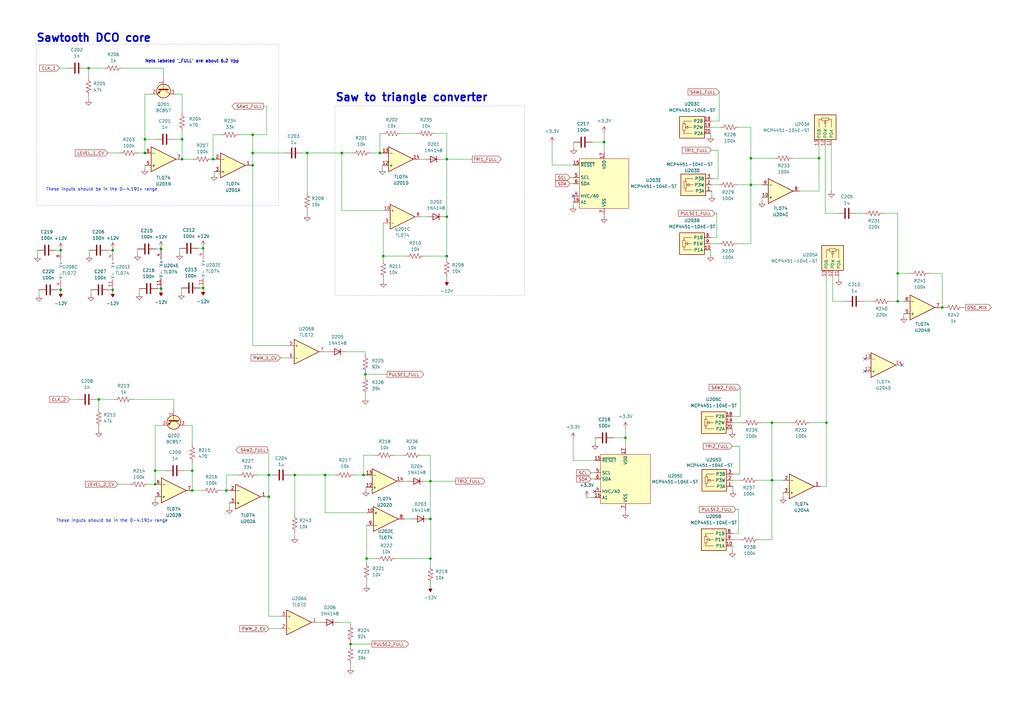
<source format=kicad_sch>
(kicad_sch (version 20230121) (generator eeschema)
  (paper "A3")
  (junction (at 125.984 62.738))
  (junction (at 92.837 201.168))
  (junction (at 103.632 55.245))
  (junction (at 40.513 163.83))
  (junction (at 386.461 126.111))
  (junction (at 176.53 212.852))
  (junction (at 78.867 201.168))
  (junction (at 59.436 62.738))
  (junction (at 143.764 264.16))
  (junction (at 74.676 65.278))
  (junction (at 78.867 193.04))
  (junction (at 256.54 179.578))
  (junction (at 83.312 118.11))
  (junction (at 103.632 67.818))
  (junction (at 155.829 62.738))
  (junction (at 66.04 118.364))
  (junction (at 87.376 65.278))
  (junction (at 46.228 102.616))
  (junction (at 63.627 193.04))
  (junction (at 36.322 27.94))
  (junction (at 183.261 65.278))
  (junction (at 183.261 88.9))
  (junction (at 140.208 62.738))
  (junction (at 83.312 101.854))
  (junction (at 176.53 229.108))
  (junction (at 316.611 173.355))
  (junction (at 24.892 102.616))
  (junction (at 63.627 198.628))
  (junction (at 247.777 58.293))
  (junction (at 46.228 118.872))
  (junction (at 176.53 197.358))
  (junction (at 149.098 194.818))
  (junction (at 103.632 62.738))
  (junction (at 133.35 194.818))
  (junction (at 335.915 64.897))
  (junction (at 157.226 105.029))
  (junction (at 368.173 123.571))
  (junction (at 307.975 64.897))
  (junction (at 59.436 57.15))
  (junction (at 307.975 75.819))
  (junction (at 368.173 112.141))
  (junction (at 24.892 118.872))
  (junction (at 74.676 57.15))
  (junction (at 66.04 102.108))
  (junction (at 110.236 194.818))
  (junction (at 149.86 153.543))
  (junction (at 110.236 203.708))
  (junction (at 338.963 173.355))
  (junction (at 120.904 194.818))
  (junction (at 183.261 105.029))
  (junction (at 316.611 196.977))
  (junction (at 150.368 229.108))
  (no_connect (at 354.711 147.193))
  (no_connect (at 243.84 201.549))
  (no_connect (at 369.951 149.733))
  (no_connect (at 354.711 152.273))
  (no_connect (at 235.077 80.391))
  (wire (pts (xy 109.347 43.561) (xy 109.347 55.245)))
  (wire (pts (xy 143.764 272.415) (xy 143.764 273.812)))
  (wire (pts (xy 176.53 197.358) (xy 186.944 197.358)))
  (wire (pts (xy 183.261 65.278) (xy 193.675 65.278)))
  (wire (pts (xy 338.455 87.503) (xy 338.455 59.817)))
  (wire (pts (xy 63.754 57.15) (xy 59.436 57.15)))
  (wire (pts (xy 291.465 102.489) (xy 291.465 104.521)))
  (wire (pts (xy 235.331 58.293) (xy 235.331 60.579)))
  (wire (pts (xy 149.098 194.818) (xy 150.114 194.818)))
  (wire (pts (xy 312.039 173.355) (xy 316.611 173.355)))
  (wire (pts (xy 394.843 126.111) (xy 396.113 126.111)))
  (wire (pts (xy 142.24 144.272) (xy 149.86 144.272)))
  (wire (pts (xy 44.196 62.738) (xy 49.022 62.738)))
  (wire (pts (xy 303.403 183.007) (xy 303.403 194.437)))
  (wire (pts (xy 247.777 88.011) (xy 247.777 88.773)))
  (wire (pts (xy 67.945 193.04) (xy 63.627 193.04)))
  (wire (pts (xy 37.338 118.872) (xy 37.338 120.904)))
  (wire (pts (xy 149.86 161.925) (xy 149.86 163.195)))
  (wire (pts (xy 124.206 62.738) (xy 125.984 62.738)))
  (wire (pts (xy 110.236 203.708) (xy 109.347 203.708)))
  (wire (pts (xy 176.53 229.108) (xy 176.657 229.108)))
  (wire (pts (xy 153.924 186.69) (xy 149.098 186.69)))
  (wire (pts (xy 155.829 62.738) (xy 156.845 62.738)))
  (wire (pts (xy 133.35 144.272) (xy 134.62 144.272)))
  (wire (pts (xy 71.247 163.83) (xy 71.247 166.878)))
  (wire (pts (xy 83.312 118.11) (xy 83.312 118.618)))
  (wire (pts (xy 82.042 118.11) (xy 83.312 118.11)))
  (wire (pts (xy 343.535 87.503) (xy 338.455 87.503)))
  (wire (pts (xy 311.277 221.361) (xy 316.611 221.361)))
  (wire (pts (xy 22.987 102.616) (xy 24.892 102.616)))
  (wire (pts (xy 133.35 194.818) (xy 137.668 194.818)))
  (wire (pts (xy 240.665 203.962) (xy 240.665 204.089)))
  (wire (pts (xy 381.127 112.141) (xy 386.461 112.141)))
  (wire (pts (xy 344.043 113.411) (xy 344.043 114.427)))
  (wire (pts (xy 157.226 105.029) (xy 157.226 106.68)))
  (wire (pts (xy 325.247 64.897) (xy 335.915 64.897)))
  (wire (pts (xy 178.562 54.737) (xy 183.261 54.737)))
  (wire (pts (xy 78.867 201.168) (xy 82.931 201.168)))
  (wire (pts (xy 74.676 57.15) (xy 74.676 65.278)))
  (wire (pts (xy 40.513 175.26) (xy 40.513 176.53)))
  (wire (pts (xy 140.208 62.738) (xy 140.208 86.36)))
  (wire (pts (xy 300.609 199.517) (xy 300.609 201.295)))
  (wire (pts (xy 87.376 55.245) (xy 87.376 65.278)))
  (wire (pts (xy 60.833 198.628) (xy 63.627 198.628)))
  (wire (pts (xy 302.387 99.949) (xy 307.975 99.949)))
  (wire (pts (xy 76.327 174.498) (xy 78.867 174.498)))
  (wire (pts (xy 81.28 101.854) (xy 83.312 101.854)))
  (wire (pts (xy 107.95 43.561) (xy 109.347 43.561)))
  (wire (pts (xy 15.367 102.616) (xy 15.367 104.775)))
  (wire (pts (xy 36.322 27.94) (xy 42.672 27.94)))
  (wire (pts (xy 183.261 113.792) (xy 183.261 114.554)))
  (wire (pts (xy 300.355 221.361) (xy 303.657 221.361)))
  (wire (pts (xy 300.355 175.895) (xy 300.355 176.911)))
  (wire (pts (xy 57.15 118.364) (xy 57.15 120.396)))
  (wire (pts (xy 301.879 208.915) (xy 302.895 208.915)))
  (wire (pts (xy 46.228 102.108) (xy 46.228 102.616)))
  (wire (pts (xy 110.236 194.818) (xy 111.506 194.818)))
  (wire (pts (xy 291.973 78.359) (xy 291.973 80.137)))
  (wire (pts (xy 94.107 206.248) (xy 94.107 208.153)))
  (wire (pts (xy 97.79 194.818) (xy 92.837 194.818)))
  (wire (pts (xy 354.203 123.571) (xy 357.759 123.571)))
  (wire (pts (xy 335.915 64.897) (xy 335.915 59.817)))
  (wire (pts (xy 172.085 65.278) (xy 173.99 65.278)))
  (wire (pts (xy 312.547 75.819) (xy 307.975 75.819)))
  (wire (pts (xy 172.72 88.9) (xy 175.006 88.9)))
  (wire (pts (xy 125.984 62.738) (xy 125.984 78.867)))
  (wire (pts (xy 59.436 67.818) (xy 59.436 69.088)))
  (wire (pts (xy 293.243 87.503) (xy 294.005 87.503)))
  (wire (pts (xy 242.951 58.293) (xy 247.777 58.293)))
  (wire (pts (xy 74.676 65.278) (xy 79.248 65.278)))
  (wire (pts (xy 233.807 75.311) (xy 235.077 75.311)))
  (wire (pts (xy 103.632 55.245) (xy 103.632 62.738)))
  (wire (pts (xy 59.436 38.608) (xy 59.436 57.15)))
  (wire (pts (xy 120.904 194.818) (xy 133.35 194.818)))
  (wire (pts (xy 66.04 102.108) (xy 66.04 102.616)))
  (wire (pts (xy 73.66 101.854) (xy 73.66 103.886)))
  (wire (pts (xy 157.226 105.029) (xy 157.226 91.44)))
  (wire (pts (xy 303.149 52.197) (xy 307.975 52.197)))
  (wire (pts (xy 386.461 112.141) (xy 386.461 126.111)))
  (wire (pts (xy 46.228 118.364) (xy 46.228 118.872)))
  (wire (pts (xy 67.056 27.94) (xy 67.056 30.988)))
  (wire (pts (xy 176.657 212.852) (xy 176.657 229.108)))
  (wire (pts (xy 176.657 212.852) (xy 176.53 212.852)))
  (wire (pts (xy 56.388 102.108) (xy 56.388 104.14)))
  (wire (pts (xy 125.984 86.487) (xy 125.984 88.011)))
  (wire (pts (xy 40.513 167.64) (xy 40.513 163.83)))
  (wire (pts (xy 307.975 64.897) (xy 307.975 75.819)))
  (wire (pts (xy 312.547 80.899) (xy 312.547 82.423)))
  (wire (pts (xy 98.171 55.245) (xy 103.632 55.245)))
  (wire (pts (xy 165.354 197.358) (xy 167.132 197.358)))
  (wire (pts (xy 291.465 99.949) (xy 294.767 99.949)))
  (wire (pts (xy 56.642 62.738) (xy 59.436 62.738)))
  (wire (pts (xy 109.601 184.531) (xy 110.236 184.531)))
  (wire (pts (xy 150.368 215.392) (xy 150.622 215.392)))
  (wire (pts (xy 291.465 52.197) (xy 295.529 52.197)))
  (wire (pts (xy 181.61 65.278) (xy 183.261 65.278)))
  (wire (pts (xy 90.551 201.168) (xy 92.837 201.168)))
  (wire (pts (xy 300.355 183.007) (xy 303.403 183.007)))
  (wire (pts (xy 294.513 73.279) (xy 291.973 73.279)))
  (wire (pts (xy 256.54 209.169) (xy 256.54 210.058)))
  (wire (pts (xy 291.465 49.657) (xy 295.021 49.657)))
  (wire (pts (xy 87.884 70.358) (xy 87.884 71.501)))
  (wire (pts (xy 157.226 105.029) (xy 166.497 105.029)))
  (wire (pts (xy 24.892 118.364) (xy 24.892 118.872)))
  (wire (pts (xy 103.632 67.818) (xy 103.124 67.818)))
  (wire (pts (xy 110.236 252.73) (xy 115.062 252.73)))
  (wire (pts (xy 156.845 67.818) (xy 156.845 69.088)))
  (wire (pts (xy 386.461 126.111) (xy 387.223 126.111)))
  (wire (pts (xy 368.173 87.503) (xy 368.173 112.141)))
  (wire (pts (xy 40.513 163.83) (xy 39.497 163.83)))
  (wire (pts (xy 368.173 123.571) (xy 370.713 123.571)))
  (wire (pts (xy 119.126 194.818) (xy 120.904 194.818)))
  (wire (pts (xy 145.288 194.818) (xy 149.098 194.818)))
  (wire (pts (xy 63.627 203.708) (xy 63.627 204.978)))
  (wire (pts (xy 156.845 54.737) (xy 155.829 54.737)))
  (wire (pts (xy 244.094 179.578) (xy 244.094 181.737)))
  (wire (pts (xy 92.837 194.818) (xy 92.837 201.168)))
  (wire (pts (xy 78.867 189.738) (xy 78.867 193.04)))
  (wire (pts (xy 155.829 54.737) (xy 155.829 62.738)))
  (wire (pts (xy 176.53 239.522) (xy 176.53 240.284)))
  (wire (pts (xy 321.183 196.977) (xy 316.611 196.977)))
  (wire (pts (xy 90.551 55.245) (xy 87.376 55.245)))
  (wire (pts (xy 291.465 54.737) (xy 291.465 55.753)))
  (wire (pts (xy 307.975 52.197) (xy 307.975 64.897)))
  (wire (pts (xy 294.005 87.503) (xy 294.005 97.409)))
  (wire (pts (xy 226.441 67.691) (xy 235.077 67.691)))
  (wire (pts (xy 143.764 264.16) (xy 152.527 264.16)))
  (wire (pts (xy 321.183 202.057) (xy 321.183 203.835)))
  (wire (pts (xy 316.611 196.977) (xy 311.023 196.977)))
  (wire (pts (xy 183.261 65.278) (xy 183.261 88.9)))
  (wire (pts (xy 72.136 38.608) (xy 74.676 38.608)))
  (wire (pts (xy 302.895 208.915) (xy 302.895 218.821)))
  (wire (pts (xy 110.236 194.818) (xy 110.236 203.708)))
  (wire (pts (xy 176.53 229.108) (xy 176.53 231.902)))
  (wire (pts (xy 64.77 118.364) (xy 66.04 118.364)))
  (wire (pts (xy 182.626 88.9) (xy 183.261 88.9)))
  (wire (pts (xy 130.302 255.27) (xy 131.445 255.27)))
  (wire (pts (xy 351.155 87.503) (xy 354.711 87.503)))
  (wire (pts (xy 83.312 101.346) (xy 83.312 101.854)))
  (wire (pts (xy 75.565 193.04) (xy 78.867 193.04)))
  (wire (pts (xy 247.777 54.483) (xy 247.777 58.293)))
  (wire (pts (xy 307.975 99.949) (xy 307.975 75.819)))
  (wire (pts (xy 140.208 86.36) (xy 157.48 86.36)))
  (wire (pts (xy 87.376 65.278) (xy 87.884 65.278)))
  (wire (pts (xy 300.355 223.901) (xy 300.355 225.933)))
  (wire (pts (xy 327.787 78.359) (xy 335.915 78.359)))
  (wire (pts (xy 78.867 193.04) (xy 78.867 201.168)))
  (wire (pts (xy 115.062 146.812) (xy 118.11 146.812)))
  (wire (pts (xy 143.764 263.652) (xy 143.764 264.16)))
  (wire (pts (xy 242.443 196.469) (xy 243.84 196.469)))
  (wire (pts (xy 303.403 194.437) (xy 300.609 194.437)))
  (wire (pts (xy 307.975 64.897) (xy 317.627 64.897)))
  (wire (pts (xy 48.387 198.628) (xy 53.213 198.628)))
  (wire (pts (xy 370.713 128.651) (xy 370.713 129.667)))
  (wire (pts (xy 46.228 102.616) (xy 46.228 103.124)))
  (wire (pts (xy 303.657 158.877) (xy 303.657 170.815)))
  (wire (pts (xy 83.312 101.854) (xy 83.312 102.362)))
  (wire (pts (xy 36.322 31.75) (xy 36.322 27.94)))
  (wire (pts (xy 64.008 102.108) (xy 66.04 102.108)))
  (wire (pts (xy 23.622 118.872) (xy 24.892 118.872)))
  (wire (pts (xy 300.609 196.977) (xy 303.403 196.977)))
  (wire (pts (xy 183.261 54.737) (xy 183.261 65.278)))
  (wire (pts (xy 44.196 102.616) (xy 46.228 102.616)))
  (wire (pts (xy 365.379 123.571) (xy 368.173 123.571)))
  (wire (pts (xy 103.632 62.738) (xy 116.586 62.738)))
  (wire (pts (xy 332.359 173.355) (xy 338.963 173.355)))
  (wire (pts (xy 110.236 184.531) (xy 110.236 194.818)))
  (wire (pts (xy 294.005 97.409) (xy 291.465 97.409)))
  (wire (pts (xy 338.963 113.411) (xy 338.963 173.355)))
  (wire (pts (xy 233.807 72.771) (xy 235.077 72.771)))
  (wire (pts (xy 149.098 186.69) (xy 149.098 194.818)))
  (wire (pts (xy 109.347 55.245) (xy 103.632 55.245)))
  (wire (pts (xy 336.423 199.517) (xy 338.963 199.517)))
  (wire (pts (xy 40.513 163.83) (xy 46.863 163.83)))
  (wire (pts (xy 346.583 123.571) (xy 341.503 123.571)))
  (wire (pts (xy 235.077 180.086) (xy 235.077 188.849)))
  (wire (pts (xy 24.384 27.94) (xy 27.686 27.94)))
  (wire (pts (xy 368.173 112.141) (xy 368.173 123.571)))
  (wire (pts (xy 139.065 255.27) (xy 143.764 255.27)))
  (wire (pts (xy 157.226 91.44) (xy 157.48 91.44)))
  (wire (pts (xy 110.236 252.73) (xy 110.236 203.708)))
  (wire (pts (xy 256.54 179.578) (xy 256.54 183.769)))
  (wire (pts (xy 74.422 118.11) (xy 74.422 120.142)))
  (wire (pts (xy 83.312 117.602) (xy 83.312 118.11)))
  (wire (pts (xy 133.35 210.312) (xy 150.622 210.312)))
  (wire (pts (xy 164.465 54.737) (xy 170.942 54.737)))
  (wire (pts (xy 86.868 65.278) (xy 87.376 65.278)))
  (wire (pts (xy 162.306 229.108) (xy 176.53 229.108)))
  (wire (pts (xy 120.904 194.818) (xy 120.904 210.947)))
  (wire (pts (xy 143.764 255.27) (xy 143.764 256.032)))
  (wire (pts (xy 24.892 118.872) (xy 24.892 119.38)))
  (wire (pts (xy 28.575 163.83) (xy 31.877 163.83)))
  (wire (pts (xy 149.86 153.035) (xy 149.86 153.543)))
  (wire (pts (xy 256.54 175.768) (xy 256.54 179.578)))
  (wire (pts (xy 140.208 62.738) (xy 144.399 62.738)))
  (wire (pts (xy 61.976 38.608) (xy 59.436 38.608)))
  (wire (pts (xy 291.719 61.595) (xy 294.513 61.595)))
  (wire (pts (xy 316.611 221.361) (xy 316.611 196.977)))
  (wire (pts (xy 300.355 173.355) (xy 304.419 173.355)))
  (wire (pts (xy 149.86 153.543) (xy 158.75 153.543)))
  (wire (pts (xy 74.676 38.608) (xy 74.676 46.228)))
  (wire (pts (xy 66.04 101.6) (xy 66.04 102.108)))
  (wire (pts (xy 120.904 218.567) (xy 120.904 220.091)))
  (wire (pts (xy 174.752 197.358) (xy 176.53 197.358)))
  (wire (pts (xy 307.975 75.819) (xy 302.387 75.819)))
  (wire (pts (xy 235.077 188.849) (xy 243.84 188.849)))
  (wire (pts (xy 50.292 27.94) (xy 67.056 27.94)))
  (wire (pts (xy 24.892 102.235) (xy 24.892 102.616)))
  (wire (pts (xy 324.739 173.355) (xy 316.611 173.355)))
  (wire (pts (xy 103.632 141.732) (xy 103.632 67.818)))
  (wire (pts (xy 149.86 144.272) (xy 149.86 145.415)))
  (wire (pts (xy 125.984 62.738) (xy 140.208 62.738)))
  (wire (pts (xy 183.261 88.9) (xy 183.261 105.029)))
  (wire (pts (xy 63.627 174.498) (xy 63.627 193.04)))
  (wire (pts (xy 36.576 102.616) (xy 36.576 104.648)))
  (wire (pts (xy 176.53 186.69) (xy 176.53 197.358)))
  (wire (pts (xy 300.355 170.815) (xy 303.657 170.815)))
  (wire (pts (xy 105.41 194.818) (xy 110.236 194.818)))
  (wire (pts (xy 78.867 174.498) (xy 78.867 182.118)))
  (wire (pts (xy 46.228 118.872) (xy 46.228 119.38)))
  (wire (pts (xy 66.04 117.856) (xy 66.04 118.364)))
  (wire (pts (xy 54.483 163.83) (xy 71.247 163.83)))
  (wire (pts (xy 291.973 75.819) (xy 294.767 75.819)))
  (wire (pts (xy 143.764 264.16) (xy 143.764 264.795)))
  (wire (pts (xy 226.441 58.801) (xy 226.441 67.691)))
  (wire (pts (xy 341.503 123.571) (xy 341.503 113.411)))
  (wire (pts (xy 59.436 57.15) (xy 59.436 62.738)))
  (wire (pts (xy 133.35 194.818) (xy 133.35 210.312)))
  (wire (pts (xy 247.777 58.293) (xy 247.777 62.611)))
  (wire (pts (xy 92.837 201.168) (xy 94.107 201.168)))
  (wire (pts (xy 242.443 193.929) (xy 243.84 193.929)))
  (wire (pts (xy 36.322 27.94) (xy 35.306 27.94)))
  (wire (pts (xy 66.167 174.498) (xy 63.627 174.498)))
  (wire (pts (xy 340.995 59.817) (xy 340.995 78.359)))
  (wire (pts (xy 150.368 229.108) (xy 154.686 229.108)))
  (wire (pts (xy 74.676 53.848) (xy 74.676 57.15)))
  (wire (pts (xy 316.611 173.355) (xy 316.611 196.977)))
  (wire (pts (xy 386.461 126.111) (xy 385.953 126.111)))
  (wire (pts (xy 176.53 212.852) (xy 176.276 212.852)))
  (wire (pts (xy 152.019 62.738) (xy 155.829 62.738)))
  (wire (pts (xy 110.363 257.81) (xy 115.062 257.81)))
  (wire (pts (xy 16.002 118.872) (xy 16.002 121.031)))
  (wire (pts (xy 174.117 105.029) (xy 183.261 105.029)))
  (wire (pts (xy 24.892 102.616) (xy 24.892 103.124)))
  (wire (pts (xy 338.963 173.355) (xy 338.963 199.517)))
  (wire (pts (xy 150.114 199.898) (xy 150.114 200.914)))
  (wire (pts (xy 251.714 179.578) (xy 256.54 179.578)))
  (wire (pts (xy 172.847 186.69) (xy 176.53 186.69)))
  (wire (pts (xy 373.507 112.141) (xy 368.173 112.141)))
  (wire (pts (xy 71.374 57.15) (xy 74.676 57.15)))
  (wire (pts (xy 165.862 212.852) (xy 168.656 212.852)))
  (wire (pts (xy 149.86 153.543) (xy 149.86 154.305)))
  (wire (pts (xy 150.368 238.252) (xy 150.368 240.03)))
  (wire (pts (xy 63.627 193.04) (xy 63.627 198.628)))
  (wire (pts (xy 36.322 39.37) (xy 36.322 40.64)))
  (wire (pts (xy 150.368 229.108) (xy 150.368 215.392)))
  (wire (pts (xy 362.331 87.503) (xy 368.173 87.503)))
  (wire (pts (xy 235.077 82.931) (xy 235.077 84.455)))
  (wire (pts (xy 157.226 114.3) (xy 157.226 115.316)))
  (wire (pts (xy 66.04 118.364) (xy 66.04 118.872)))
  (wire (pts (xy 103.632 141.732) (xy 118.11 141.732)))
  (wire (pts (xy 183.261 105.029) (xy 183.261 106.172)))
  (wire (pts (xy 302.895 218.821) (xy 300.355 218.821)))
  (wire (pts (xy 150.368 230.632) (xy 150.368 229.108)))
  (wire (pts (xy 335.915 78.359) (xy 335.915 64.897)))
  (wire (pts (xy 103.632 62.738) (xy 103.632 67.818)))
  (wire (pts (xy 44.958 118.872) (xy 46.228 118.872)))
  (wire (pts (xy 176.53 197.358) (xy 176.53 212.852)))
  (wire (pts (xy 240.665 204.089) (xy 243.84 204.089)))
  (wire (pts (xy 295.021 37.719) (xy 295.021 49.657)))
  (wire (pts (xy 294.513 61.595) (xy 294.513 73.279)))
  (wire (pts (xy 161.544 186.69) (xy 165.227 186.69)))
  (rectangle (start 137.414 43.434) (end 215.138 121.158) (stroke (width 0) (type dot)))
  (rectangle (start 14.859 18.161) (end 114.3 84.328) (stroke (width 0) (type dot)))
  (text "These inputs should be in the 0-4.191v range" (at 22.987 214.376 0) (effects (font (size 1.27 1.27)) (justify left bottom)))
  (text "Nets labeled '_FULL' are about 6.2 Vpp" (at 59.436 25.908 0) (effects (font (size 1.27 1.27) (thickness 0.254) bold) (justify left bottom)))
  (text "Sawtooth DCO core" (at 14.732 17.526 0) (effects (font (size 3.2 3.2) (thickness 0.64) bold) (justify left bottom)))
  (text "These inputs should be in the 0-4.191v range" (at 18.796 78.486 0) (effects (font (size 1.27 1.27)) (justify left bottom)))
  (text "Saw to triangle converter" (at 137.414 41.91 0) (effects (font (size 3.2 3.2) (thickness 0.64) bold) (justify left bottom)))
  (global_label "TRI2_FULL" (shape input) (at 300.355 183.007 180) (property "Intersheetrefs" "${INTERSHEET_REFS}" (effects hide)))
  (global_label "LEVEL_2_CV" (shape input) (at 48.387 198.628 180) (property "Intersheetrefs" "${INTERSHEET_REFS}" (effects hide)))
  (global_label "SAW2_FULL" (shape input) (at 303.657 158.877 180) (property "Intersheetrefs" "${INTERSHEET_REFS}" (effects hide)))
  (global_label "SAW1_FULL" (shape input) (at 295.021 37.719 180) (property "Intersheetrefs" "${INTERSHEET_REFS}" (effects hide)))
  (global_label "LEVEL_1_CV" (shape input) (at 44.196 62.738 180) (property "Intersheetrefs" "${INTERSHEET_REFS}" (effects hide)))
  (global_label "SDA" (shape input) (at 233.807 75.311 180) (property "Intersheetrefs" "${INTERSHEET_REFS}" (effects hide)))
  (global_label "TRI1_FULL" (shape input) (at 291.719 61.595 180) (property "Intersheetrefs" "${INTERSHEET_REFS}" (effects hide)))
  (global_label "SCL" (shape input) (at 233.807 72.771 180) (property "Intersheetrefs" "${INTERSHEET_REFS}" (effects hide)))
  (global_label "TRI2_FULL" (shape output) (at 186.944 197.358 0) (property "Intersheetrefs" "${INTERSHEET_REFS}" (effects hide)))
  (global_label "CLK_1" (shape input) (at 24.384 27.94 180) (property "Intersheetrefs" "${INTERSHEET_REFS}" (effects hide)))
  (global_label "PULSE1_FULL" (shape input) (at 293.243 87.503 180) (property "Intersheetrefs" "${INTERSHEET_REFS}" (effects hide)))
  (global_label "SDA" (shape input) (at 242.443 196.469 180) (property "Intersheetrefs" "${INTERSHEET_REFS}" (effects hide)))
  (global_label "PWM_1_CV" (shape input) (at 115.062 146.812 180) (property "Intersheetrefs" "${INTERSHEET_REFS}" (effects hide)))
  (global_label "TRI1_FULL" (shape output) (at 193.675 65.278 0) (property "Intersheetrefs" "${INTERSHEET_REFS}" (effects hide)))
  (global_label "PULSE2_FULL" (shape input) (at 301.879 208.915 180) (property "Intersheetrefs" "${INTERSHEET_REFS}" (effects hide)))
  (global_label "PULSE2_FULL" (shape output) (at 152.527 264.16 0) (property "Intersheetrefs" "${INTERSHEET_REFS}" (effects hide)))
  (global_label "OSC_MIX" (shape output) (at 396.113 126.111 0) (property "Intersheetrefs" "${INTERSHEET_REFS}" (effects hide)))
  (global_label "SCL" (shape input) (at 242.443 193.929 180) (property "Intersheetrefs" "${INTERSHEET_REFS}" (effects hide)))
  (global_label "PWM_2_CV" (shape input) (at 110.363 257.81 180) (property "Intersheetrefs" "${INTERSHEET_REFS}" (effects hide)))
  (global_label "PULSE1_FULL" (shape output) (at 158.75 153.543 0) (property "Intersheetrefs" "${INTERSHEET_REFS}" (effects hide)))
  (global_label "SAW1_FULL" (shape output) (at 107.95 43.561 180) (property "Intersheetrefs" "${INTERSHEET_REFS}" (effects hide)))
  (global_label "SAW2_FULL" (shape output) (at 109.601 184.531 180) (property "Intersheetrefs" "${INTERSHEET_REFS}" (effects hide)))
  (global_label "CLK_2" (shape input) (at 28.575 163.83 180) (property "Intersheetrefs" "${INTERSHEET_REFS}" (effects hide)))
  (symbol (lib_id "Device:R_US") (at 391.033 126.111 90) (unit 1)
    (property "Reference" "R242" (at 391.033 129.159 90))
    (property "Value" "1k" (at 391.033 131.699 90))
    (property "Footprint" "PCM_Resistor_SMD_AKL:R_0805_2012Metric" (effects hide))
  )
  (symbol (lib_name "MCP4451-xxxx-ST_2") (lib_id "Potentiometer_Digital:MCP4451-xxxx-ST") (at 247.777 75.311 0) (unit 5)
    (property "Reference" "U203" (at 268.097 73.914 0))
    (property "Value" "MCP4451-104E-ST" (at 268.097 76.454 0))
    (property "Footprint" "Package_SO:TSSOP-20_4.4x6.5mm_P0.65mm" (effects hide))
    (property "Datasheet" "https://ww1.microchip.com/downloads/en/DeviceDoc/22267A_MCP4431.pdf" (effects hide))
  )
  (symbol (lib_id "Amplifier_Operational:TL074") (at 95.504 67.818 0) (mirror x) (unit 1)
    (property "Reference" "U201" (at 95.504 77.978 0))
    (property "Value" "TL074" (at 95.504 75.438 0))
    (property "Footprint" "Package_SO:SOIC-14_3.9x8.7mm_P1.27mm" (effects hide))
    (property "Datasheet" "http://www.ti.com/lit/ds/symlink/tl071.pdf" (effects hide))
  )
  (symbol (lib_id "PCM_4ms_Power-symbol:+12V") (at 83.312 101.346 0) (unit 1)
    (property "Reference" "#PWR0220" (effects hide))
    (property "Value" "+12V" (at 83.312 96.901 0))
  )
  (symbol (lib_id "Device:C") (at 19.812 118.872 90) (unit 1)
    (property "Reference" "C220" (at 19.812 111.379 90))
    (property "Value" "100n" (at 19.812 113.919 90))
    (property "Footprint" "Capacitor_SMD:C_0805_2012Metric" (effects hide))
  )
  (symbol (lib_id "Diode:1N4148") (at 178.816 88.9 180) (unit 1)
    (property "Reference" "D202" (at 178.816 82.804 0))
    (property "Value" "1N4148" (at 178.816 85.344 0))
    (property "Footprint" "Diode_SMD:D_SOD-123" (effects hide))
    (property "Datasheet" "https://assets.nexperia.com/documents/data-sheet/1N4148_1N4448.pdf" (effects hide))
    (property "Sim.Device" "D" (effects hide))
    (property "Sim.Pins" "1=K 2=A" (effects hide))
  )
  (symbol (lib_id "power:GND") (at 247.777 88.773 0) (unit 1)
    (property "Reference" "#PWR0235" (effects hide))
    (property "Value" "GND" (effects hide))
  )
  (symbol (lib_id "power:GND") (at 321.183 203.835 0) (unit 1)
    (property "Reference" "#PWR0246" (effects hide))
    (property "Value" "GND" (effects hide))
  )
  (symbol (lib_id "Device:R_US") (at 157.734 186.69 90) (unit 1)
    (property "Reference" "R218" (at 157.734 181.102 90))
    (property "Value" "10k" (at 157.734 183.642 90))
    (property "Footprint" "PCM_Resistor_SMD_AKL:R_0805_2012Metric" (effects hide))
  )
  (symbol (lib_id "Device:R_US") (at 158.496 229.108 90) (unit 1)
    (property "Reference" "R222" (at 158.496 223.774 90))
    (property "Value" "10k" (at 158.496 226.314 90))
    (property "Footprint" "PCM_Resistor_SMD_AKL:R_0805_2012Metric" (effects hide))
  )
  (symbol (lib_id "power:GND") (at 63.627 204.978 0) (unit 1)
    (property "Reference" "#PWR0212" (effects hide))
    (property "Value" "GND" (effects hide))
  )
  (symbol (lib_id "PCM_4ms_Power-symbol:+12V") (at 66.04 101.6 0) (unit 1)
    (property "Reference" "#PWR0225" (effects hide))
    (property "Value" "+12V" (at 66.04 97.155 0))
  )
  (symbol (lib_id "Device:R_US") (at 298.577 99.949 90) (unit 1)
    (property "Reference" "R230" (at 298.577 102.997 90))
    (property "Value" "100k" (at 298.577 105.537 90))
    (property "Footprint" "PCM_Resistor_SMD_AKL:R_0805_2012Metric" (effects hide))
  )
  (symbol (lib_id "Device:R_US") (at 157.226 110.49 180) (unit 1)
    (property "Reference" "R211" (at 159.512 109.22 0) (effects (justify right)))
    (property "Value" "10k" (at 159.512 111.76 0) (effects (justify right)))
    (property "Footprint" "PCM_Resistor_SMD_AKL:R_0805_2012Metric" (effects hide))
  )
  (symbol (lib_id "Potentiometer_Digital:MCP4451-xxxx-ST") (at 292.735 173.355 0) (mirror y) (unit 3)
    (property "Reference" "U205" (at 292.735 163.83 0))
    (property "Value" "MCP4451-104E-ST" (at 292.735 166.37 0))
    (property "Footprint" "Package_SO:TSSOP-20_4.4x6.5mm_P0.65mm" (effects hide))
    (property "Datasheet" "https://ww1.microchip.com/downloads/en/DeviceDoc/22267A_MCP4431.pdf" (effects hide))
  )
  (symbol (lib_id "power:GND") (at 73.66 103.886 0) (unit 1)
    (property "Reference" "#PWR0218" (effects hide))
    (property "Value" "GND" (effects hide))
  )
  (symbol (lib_id "Device:R_US") (at 377.317 112.141 90) (unit 1)
    (property "Reference" "R241" (at 377.317 115.189 90))
    (property "Value" "100k" (at 377.317 117.729 90))
    (property "Footprint" "PCM_Resistor_SMD_AKL:R_0805_2012Metric" (effects hide))
  )
  (symbol (lib_id "power:GND") (at 150.114 200.914 0) (unit 1)
    (property "Reference" "#PWR0214" (effects hide))
    (property "Value" "GND" (effects hide))
  )
  (symbol (lib_id "power:GND") (at 74.422 120.142 0) (unit 1)
    (property "Reference" "#PWR0219" (effects hide))
    (property "Value" "GND" (effects hide))
  )
  (symbol (lib_id "Device:R_US") (at 94.361 55.245 270) (unit 1)
    (property "Reference" "R234" (at 94.361 49.53 90))
    (property "Value" "33k" (at 94.361 52.07 90))
    (property "Footprint" "PCM_Resistor_SMD_AKL:R_0805_2012Metric" (effects hide))
  )
  (symbol (lib_id "power:GND") (at 143.764 273.812 0) (unit 1)
    (property "Reference" "#PWR0227" (effects hide))
    (property "Value" "GND" (effects hide))
  )
  (symbol (lib_id "Device:C") (at 77.47 101.854 90) (unit 1)
    (property "Reference" "C212" (at 77.47 94.361 90))
    (property "Value" "100n" (at 77.47 96.901 90))
    (property "Footprint" "Capacitor_SMD:C_0805_2012Metric" (effects hide))
  )
  (symbol (lib_id "power:+3.3V") (at 235.077 180.086 0) (unit 1)
    (property "Reference" "#PWR0238" (effects hide))
    (property "Value" "+3.3V" (at 235.077 175.133 0))
  )
  (symbol (lib_id "power:-12V") (at 83.312 118.618 180) (unit 1)
    (property "Reference" "#PWR0253" (effects hide))
    (property "Value" "-12V" (at 83.312 123.698 0))
  )
  (symbol (lib_id "power:GND") (at 291.465 55.753 0) (unit 1)
    (property "Reference" "#PWR0221" (effects hide))
    (property "Value" "GND" (effects hide))
  )
  (symbol (lib_id "power:GND") (at 300.355 176.911 0) (unit 1)
    (property "Reference" "#PWR0243" (effects hide))
    (property "Value" "GND" (effects hide))
  )
  (symbol (lib_name "MCP4451-xxxx-ST_3") (lib_id "Potentiometer_Digital:MCP4451-xxxx-ST") (at 283.845 99.949 0) (mirror y) (unit 2)
    (property "Reference" "U203" (at 283.845 90.424 0))
    (property "Value" "MCP4451-104E-ST" (at 283.845 92.964 0))
    (property "Footprint" "Package_SO:TSSOP-20_4.4x6.5mm_P0.65mm" (effects hide))
    (property "Datasheet" "https://ww1.microchip.com/downloads/en/DeviceDoc/22267A_MCP4431.pdf" (effects hide))
  )
  (symbol (lib_id "power:GND") (at 125.984 88.011 0) (unit 1)
    (property "Reference" "#PWR0208" (effects hide))
    (property "Value" "GND" (effects hide))
  )
  (symbol (lib_id "power:GND") (at 291.465 104.521 0) (unit 1)
    (property "Reference" "#PWR0229" (effects hide))
    (property "Value" "GND" (effects hide))
  )
  (symbol (lib_id "power:-12V") (at 176.53 240.284 180) (unit 1)
    (property "Reference" "#PWR0215" (effects hide))
    (property "Value" "-12V" (at 176.53 245.11 0))
  )
  (symbol (lib_id "Device:R_US") (at 176.53 235.712 180) (unit 1)
    (property "Reference" "R219" (at 178.562 234.442 0) (effects (justify right)))
    (property "Value" "10k" (at 178.562 236.982 0) (effects (justify right)))
    (property "Footprint" "PCM_Resistor_SMD_AKL:R_0805_2012Metric" (effects hide))
  )
  (symbol (lib_id "Device:C") (at 40.386 102.616 90) (unit 1)
    (property "Reference" "C206" (at 40.386 95.123 90))
    (property "Value" "100n" (at 40.386 97.663 90))
    (property "Footprint" "Capacitor_SMD:C_0805_2012Metric" (effects hide))
  )
  (symbol (lib_id "power:GND") (at 87.884 71.501 0) (unit 1)
    (property "Reference" "#PWR0206" (effects hide))
    (property "Value" "GND" (effects hide))
  )
  (symbol (lib_id "power:GND") (at 94.107 208.153 0) (unit 1)
    (property "Reference" "#PWR0213" (effects hide))
    (property "Value" "GND" (effects hide))
  )
  (symbol (lib_id "power:GND") (at 312.547 82.423 0) (unit 1)
    (property "Reference" "#PWR0230" (effects hide))
    (property "Value" "GND" (effects hide))
  )
  (symbol (lib_id "power:GND") (at 300.609 201.295 0) (unit 1)
    (property "Reference" "#PWR0245" (effects hide))
    (property "Value" "GND" (effects hide))
  )
  (symbol (lib_id "Device:C") (at 120.396 62.738 90) (unit 1)
    (property "Reference" "C203" (at 120.396 55.88 90))
    (property "Value" "1u" (at 120.396 58.42 90))
    (property "Footprint" "Capacitor_SMD:C_0805_2012Metric" (effects hide))
  )
  (symbol (lib_id "power:GND") (at 244.094 181.737 0) (unit 1)
    (property "Reference" "#PWR0240" (effects hide))
    (property "Value" "GND" (effects hide))
  )
  (symbol (lib_id "Device:R_US") (at 101.6 194.818 270) (unit 1)
    (property "Reference" "R227" (at 101.6 189.103 90))
    (property "Value" "33k" (at 101.6 191.643 90))
    (property "Footprint" "PCM_Resistor_SMD_AKL:R_0805_2012Metric" (effects hide))
  )
  (symbol (lib_id "power:GND") (at 150.368 240.03 0) (unit 1)
    (property "Reference" "#PWR0217" (effects hide))
    (property "Value" "GND" (effects hide))
  )
  (symbol (lib_id "Device:R_US") (at 83.058 65.278 270) (unit 1)
    (property "Reference" "R207" (at 83.058 59.69 90))
    (property "Value" "100k" (at 83.058 62.23 90))
    (property "Footprint" "PCM_Resistor_SMD_AKL:R_0805_2012Metric" (effects hide))
  )
  (symbol (lib_id "Device:R_US") (at 299.339 52.197 90) (unit 1)
    (property "Reference" "R228" (at 299.339 55.245 90))
    (property "Value" "100k" (at 299.339 57.785 90))
    (property "Footprint" "PCM_Resistor_SMD_AKL:R_0805_2012Metric" (effects hide))
  )
  (symbol (lib_id "Device:R_US") (at 174.752 54.737 90) (unit 1)
    (property "Reference" "R235" (at 174.752 49.149 90))
    (property "Value" "10k" (at 174.752 51.689 90))
    (property "Footprint" "PCM_Resistor_SMD_AKL:R_0805_2012Metric" (effects hide))
  )
  (symbol (lib_id "Amplifier_Operational:TL072") (at 125.73 144.272 0) (unit 2)
    (property "Reference" "U206" (at 125.73 134.874 0))
    (property "Value" "TL072" (at 125.73 137.414 0))
    (property "Footprint" "Package_SO:SOIC-8_3.9x4.9mm_P1.27mm" (effects hide))
    (property "Datasheet" "http://www.ti.com/lit/ds/symlink/tl071.pdf" (effects hide))
  )
  (symbol (lib_name "MCP4451-xxxx-ST_3") (lib_id "Potentiometer_Digital:MCP4451-xxxx-ST") (at 292.735 221.361 0) (mirror y) (unit 2)
    (property "Reference" "U205" (at 292.735 211.836 0))
    (property "Value" "MCP4451-104E-ST" (at 292.735 214.376 0))
    (property "Footprint" "Package_SO:TSSOP-20_4.4x6.5mm_P0.65mm" (effects hide))
    (property "Datasheet" "https://ww1.microchip.com/downloads/en/DeviceDoc/22267A_MCP4431.pdf" (effects hide))
  )
  (symbol (lib_id "power:-12V") (at 66.04 118.872 180) (unit 1)
    (property "Reference" "#PWR0226" (effects hide))
    (property "Value" "-12V" (at 66.04 123.952 0))
  )
  (symbol (lib_id "Amplifier_Operational:TL074") (at 67.056 65.278 0) (mirror x) (unit 2)
    (property "Reference" "U201" (at 67.056 75.438 0))
    (property "Value" "TL074" (at 67.056 72.898 0))
    (property "Footprint" "Package_SO:SOIC-14_3.9x8.7mm_P1.27mm" (effects hide))
    (property "Datasheet" "http://www.ti.com/lit/ds/symlink/tl071.pdf" (effects hide))
  )
  (symbol (lib_id "Device:C") (at 35.687 163.83 90) (unit 1)
    (property "Reference" "C208" (at 35.687 156.337 90))
    (property "Value" "1n" (at 35.687 158.877 90))
    (property "Footprint" "Capacitor_SMD:C_0805_2012Metric" (effects hide))
  )
  (symbol (lib_id "power:-12V") (at 24.892 119.38 180) (unit 1)
    (property "Reference" "#PWR0252" (effects hide))
    (property "Value" "-12V" (at 24.892 124.46 0))
  )
  (symbol (lib_id "Amplifier_Operational:TL074") (at 158.242 212.852 0) (unit 3)
    (property "Reference" "U202" (at 158.242 217.932 0))
    (property "Value" "TL074" (at 158.242 220.472 0))
    (property "Footprint" "Package_SO:SOIC-14_3.9x8.7mm_P1.27mm" (effects hide))
    (property "Datasheet" "http://www.ti.com/lit/ds/symlink/tl071.pdf" (effects hide))
  )
  (symbol (lib_id "Device:C") (at 60.96 118.364 90) (unit 1)
    (property "Reference" "C216" (at 60.96 110.871 90))
    (property "Value" "100n" (at 60.96 113.411 90))
    (property "Footprint" "Capacitor_SMD:C_0805_2012Metric" (effects hide))
  )
  (symbol (lib_id "Amplifier_Operational:TL074") (at 165.1 88.9 0) (unit 3)
    (property "Reference" "U201" (at 165.1 93.98 0))
    (property "Value" "TL074" (at 165.1 96.52 0))
    (property "Footprint" "Package_SO:SOIC-14_3.9x8.7mm_P1.27mm" (effects hide))
    (property "Datasheet" "http://www.ti.com/lit/ds/symlink/tl071.pdf" (effects hide))
  )
  (symbol (lib_id "Device:R_US") (at 298.577 75.819 90) (unit 1)
    (property "Reference" "R229" (at 298.577 78.867 90))
    (property "Value" "100k" (at 298.577 81.407 90))
    (property "Footprint" "PCM_Resistor_SMD_AKL:R_0805_2012Metric" (effects hide))
  )
  (symbol (lib_id "Device:C") (at 247.904 179.578 90) (unit 1)
    (property "Reference" "C218" (at 247.904 172.085 90))
    (property "Value" "100n" (at 247.904 174.625 90))
    (property "Footprint" "Capacitor_SMD:C_0805_2012Metric" (effects hide))
  )
  (symbol (lib_id "Diode:1N4148") (at 177.8 65.278 180) (unit 1)
    (property "Reference" "D201" (at 177.8 59.182 0))
    (property "Value" "1N4148" (at 177.8 61.722 0))
    (property "Footprint" "Diode_SMD:D_SOD-123" (effects hide))
    (property "Datasheet" "https://assets.nexperia.com/documents/data-sheet/1N4148_1N4448.pdf" (effects hide))
    (property "Sim.Device" "D" (effects hide))
    (property "Sim.Pins" "1=K 2=A" (effects hide))
  )
  (symbol (lib_id "Amplifier_Operational:TL074") (at 157.734 197.358 0) (mirror x) (unit 4)
    (property "Reference" "U202" (at 157.734 207.137 0))
    (property "Value" "TL074" (at 157.734 204.597 0))
    (property "Footprint" "Package_SO:SOIC-14_3.9x8.7mm_P1.27mm" (effects hide))
    (property "Datasheet" "http://www.ti.com/lit/ds/symlink/tl071.pdf" (effects hide))
  )
  (symbol (lib_id "Amplifier_Operational:TL072") (at 27.432 110.744 0) (unit 3)
    (property "Reference" "U206" (at 25.527 109.474 0) (effects (justify left)))
    (property "Value" "TL072" (at 25.527 112.014 0) (effects (justify left)))
    (property "Footprint" "Package_SO:SOIC-8_3.9x4.9mm_P1.27mm" (effects hide))
    (property "Datasheet" "http://www.ti.com/lit/ds/symlink/tl071.pdf" (effects hide))
  )
  (symbol (lib_id "power:GND") (at 344.043 114.427 0) (unit 1)
    (property "Reference" "#PWR0247" (effects hide))
    (property "Value" "GND" (effects hide))
  )
  (symbol (lib_id "Device:R_US") (at 149.86 149.225 0) (unit 1)
    (property "Reference" "R225" (at 152.4 147.955 0) (effects (justify left)))
    (property "Value" "92k" (at 152.4 150.495 0) (effects (justify left)))
    (property "Footprint" "PCM_Resistor_SMD_AKL:R_0805_2012Metric" (effects hide))
  )
  (symbol (lib_id "Potentiometer_Digital:MCP4451-xxxx-ST") (at 283.845 52.197 0) (mirror y) (unit 3)
    (property "Reference" "U203" (at 283.845 42.672 0))
    (property "Value" "MCP4451-104E-ST" (at 283.845 45.212 0))
    (property "Footprint" "Package_SO:TSSOP-20_4.4x6.5mm_P0.65mm" (effects hide))
    (property "Datasheet" "https://ww1.microchip.com/downloads/en/DeviceDoc/22267A_MCP4431.pdf" (effects hide))
  )
  (symbol (lib_name "MCP4451-xxxx-ST_4") (lib_id "Potentiometer_Digital:MCP4451-xxxx-ST") (at 338.455 52.197 90) (unit 1)
    (property "Reference" "U203" (at 332.105 50.927 90) (effects (justify left)))
    (property "Value" "MCP4451-104E-ST" (at 332.105 53.467 90) (effects (justify left)))
    (property "Footprint" "Package_SO:TSSOP-20_4.4x6.5mm_P0.65mm" (effects hide))
    (property "Datasheet" "https://ww1.microchip.com/downloads/en/DeviceDoc/22267A_MCP4431.pdf" (effects hide))
  )
  (symbol (lib_id "Device:C") (at 19.177 102.616 90) (unit 1)
    (property "Reference" "C219" (at 19.177 95.123 90))
    (property "Value" "100n" (at 19.177 97.663 90))
    (property "Footprint" "Capacitor_SMD:C_0805_2012Metric" (effects hide))
  )
  (symbol (lib_id "power:GND") (at 36.322 40.64 0) (unit 1)
    (property "Reference" "#PWR0205" (effects hide))
    (property "Value" "GND" (effects hide))
  )
  (symbol (lib_id "Device:R_US") (at 307.213 196.977 90) (unit 1)
    (property "Reference" "R237" (at 307.213 200.025 90))
    (property "Value" "100k" (at 307.213 202.565 90))
    (property "Footprint" "PCM_Resistor_SMD_AKL:R_0805_2012Metric" (effects hide))
  )
  (symbol (lib_id "Diode:1N4148") (at 138.43 144.272 180) (unit 1)
    (property "Reference" "D205" (at 138.43 138.176 0))
    (property "Value" "1N4148" (at 138.43 140.716 0))
    (property "Footprint" "Diode_SMD:D_SOD-123" (effects hide))
    (property "Datasheet" "https://assets.nexperia.com/documents/data-sheet/1N4148_1N4448.pdf" (effects hide))
    (property "Sim.Device" "D" (effects hide))
    (property "Sim.Pins" "1=K 2=A" (effects hide))
  )
  (symbol (lib_id "power:+3.3V") (at 256.54 175.768 0) (unit 1)
    (property "Reference" "#PWR0241" (effects hide))
    (property "Value" "+3.3V" (at 256.54 170.815 0))
  )
  (symbol (lib_id "Amplifier_Operational:TL074") (at 68.58 110.236 0) (unit 5)
    (property "Reference" "U204" (at 67.056 108.966 0) (effects (justify left)))
    (property "Value" "TL074" (at 67.056 111.506 0) (effects (justify left)))
    (property "Footprint" "Package_SO:SOIC-14_3.9x8.7mm_P1.27mm" (effects hide))
    (property "Datasheet" "http://www.ti.com/lit/ds/symlink/tl071.pdf" (effects hide))
  )
  (symbol (lib_id "Device:R_US") (at 150.368 234.442 180) (unit 1)
    (property "Reference" "R221" (at 152.654 233.172 0) (effects (justify right)))
    (property "Value" "10k" (at 152.654 235.712 0) (effects (justify right)))
    (property "Footprint" "PCM_Resistor_SMD_AKL:R_0805_2012Metric" (effects hide))
  )
  (symbol (lib_id "Amplifier_Operational:TL074") (at 85.852 109.982 0) (unit 5)
    (property "Reference" "U202" (at 84.328 108.712 0) (effects (justify left)))
    (property "Value" "TL074" (at 84.328 111.252 0) (effects (justify left)))
    (property "Footprint" "Package_SO:SOIC-14_3.9x8.7mm_P1.27mm" (effects hide))
    (property "Datasheet" "http://www.ti.com/lit/ds/symlink/tl071.pdf" (effects hide))
  )
  (symbol (lib_id "PCM_Transistor_BJT_AKL:BC857") (at 71.247 171.958 90) (mirror x) (unit 1)
    (property "Reference" "Q202" (at 71.247 178.689 90))
    (property "Value" "BC857" (at 71.247 181.229 90))
    (property "Footprint" "PCM_Package_TO_SOT_SMD_AKL:SOT-23" (effects hide))
    (property "Datasheet" "https://www.tme.eu/Document/c382caaa0cc481743f0c0197b727e2d1/BC856A.pdf" (effects hide))
  )
  (symbol (lib_id "Device:R_US") (at 307.467 221.361 90) (unit 1)
    (property "Reference" "R238" (at 307.467 224.409 90))
    (property "Value" "100k" (at 307.467 226.949 90))
    (property "Footprint" "PCM_Resistor_SMD_AKL:R_0805_2012Metric" (effects hide))
  )
  (symbol (lib_id "Amplifier_Operational:TL074") (at 378.333 126.111 0) (mirror x) (unit 2)
    (property "Reference" "U204" (at 378.333 135.509 0))
    (property "Value" "TL074" (at 378.333 132.969 0))
    (property "Footprint" "Package_SO:SOIC-14_3.9x8.7mm_P1.27mm" (effects hide))
    (property "Datasheet" "http://www.ti.com/lit/ds/symlink/tl071.pdf" (effects hide))
  )
  (symbol (lib_id "Device:R_US") (at 308.229 173.355 90) (unit 1)
    (property "Reference" "R239" (at 308.229 176.403 90))
    (property "Value" "100k" (at 308.229 178.943 90))
    (property "Footprint" "PCM_Resistor_SMD_AKL:R_0805_2012Metric" (effects hide))
  )
  (symbol (lib_id "power:+3.3V") (at 247.777 54.483 0) (unit 1)
    (property "Reference" "#PWR0233" (effects hide))
    (property "Value" "+3.3V" (at 247.777 49.53 0))
  )
  (symbol (lib_id "Device:R_US") (at 125.984 82.677 180) (unit 1)
    (property "Reference" "R209" (at 127.762 81.407 0) (effects (justify right)))
    (property "Value" "10k" (at 127.762 83.947 0) (effects (justify right)))
    (property "Footprint" "PCM_Resistor_SMD_AKL:R_0805_2012Metric" (effects hide))
  )
  (symbol (lib_id "Device:R_US") (at 143.764 259.842 0) (unit 1)
    (property "Reference" "R224" (at 146.558 258.572 0) (effects (justify left)))
    (property "Value" "92k" (at 146.558 261.112 0) (effects (justify left)))
    (property "Footprint" "PCM_Resistor_SMD_AKL:R_0805_2012Metric" (effects hide))
  )
  (symbol (lib_id "Device:R_US") (at 46.482 27.94 270) (unit 1)
    (property "Reference" "R206" (at 46.482 22.352 90))
    (property "Value" "1k" (at 46.482 24.892 90))
    (property "Footprint" "PCM_Resistor_SMD_AKL:R_0805_2012Metric" (effects hide))
  )
  (symbol (lib_id "Amplifier_Operational:TL074") (at 362.331 149.733 0) (mirror x) (unit 4)
    (property "Reference" "U204" (at 362.331 159.131 0))
    (property "Value" "TL074" (at 362.331 156.591 0))
    (property "Footprint" "Package_SO:SOIC-14_3.9x8.7mm_P1.27mm" (effects hide))
    (property "Datasheet" "http://www.ti.com/lit/ds/symlink/tl071.pdf" (effects hide))
  )
  (symbol (lib_id "power:GND") (at 40.513 176.53 0) (unit 1)
    (property "Reference" "#PWR0211" (effects hide))
    (property "Value" "GND" (effects hide))
  )
  (symbol (lib_id "Amplifier_Operational:TL074") (at 320.167 78.359 0) (mirror x) (unit 3)
    (property "Reference" "U204" (at 320.167 88.011 0))
    (property "Value" "TL074" (at 320.167 85.471 0))
    (property "Footprint" "Package_SO:SOIC-14_3.9x8.7mm_P1.27mm" (effects hide))
    (property "Datasheet" "http://www.ti.com/lit/ds/symlink/tl071.pdf" (effects hide))
  )
  (symbol (lib_id "PCM_4ms_Power-symbol:+12V") (at 46.228 102.108 0) (unit 1)
    (property "Reference" "#PWR0201" (effects hide))
    (property "Value" "+12V" (at 46.228 97.663 0))
  )
  (symbol (lib_id "power:GND") (at 149.86 163.195 0) (unit 1)
    (property "Reference" "#PWR0228" (effects hide))
    (property "Value" "GND" (effects hide))
  )
  (symbol (lib_id "Device:R_US") (at 183.261 109.982 180) (unit 1)
    (property "Reference" "R208" (at 185.293 108.712 0) (effects (justify right)))
    (property "Value" "10k" (at 185.293 111.252 0) (effects (justify right)))
    (property "Footprint" "PCM_Resistor_SMD_AKL:R_0805_2012Metric" (effects hide))
  )
  (symbol (lib_id "Amplifier_Operational:TL074") (at 101.727 203.708 0) (mirror x) (unit 1)
    (property "Reference" "U202" (at 101.727 213.868 0))
    (property "Value" "TL074" (at 101.727 211.328 0))
    (property "Footprint" "Package_SO:SOIC-14_3.9x8.7mm_P1.27mm" (effects hide))
    (property "Datasheet" "http://www.ti.com/lit/ds/symlink/tl071.pdf" (effects hide))
  )
  (symbol (lib_id "Device:R_US") (at 160.655 54.737 90) (unit 1)
    (property "Reference" "R202" (at 160.655 49.149 90))
    (property "Value" "10k" (at 160.655 51.689 90))
    (property "Footprint" "PCM_Resistor_SMD_AKL:R_0805_2012Metric" (effects hide))
  )
  (symbol (lib_id "power:GND") (at 235.077 84.455 0) (unit 1)
    (property "Reference" "#PWR0237" (effects hide))
    (property "Value" "GND" (effects hide))
  )
  (symbol (lib_name "MCP4451-xxxx-ST_4") (lib_id "Potentiometer_Digital:MCP4451-xxxx-ST") (at 341.503 105.791 90) (unit 1)
    (property "Reference" "U205" (at 335.407 104.521 90) (effects (justify left)))
    (property "Value" "MCP4451-104E-ST" (at 335.407 107.061 90) (effects (justify left)))
    (property "Footprint" "Package_SO:TSSOP-20_4.4x6.5mm_P0.65mm" (effects hide))
    (property "Datasheet" "https://ww1.microchip.com/downloads/en/DeviceDoc/22267A_MCP4431.pdf" (effects hide))
  )
  (symbol (lib_id "PCM_Transistor_BJT_AKL:BC857") (at 67.056 36.068 90) (mirror x) (unit 1)
    (property "Reference" "Q201" (at 67.056 42.799 90))
    (property "Value" "BC857" (at 67.056 45.339 90))
    (property "Footprint" "PCM_Package_TO_SOT_SMD_AKL:SOT-23" (effects hide))
    (property "Datasheet" "https://www.tme.eu/Document/c382caaa0cc481743f0c0197b727e2d1/BC856A.pdf" (effects hide))
  )
  (symbol (lib_id "Device:C") (at 347.345 87.503 90) (unit 1)
    (property "Reference" "C205" (at 347.345 80.645 90))
    (property "Value" "1u" (at 347.345 83.185 90))
    (property "Footprint" "Capacitor_SMD:C_0805_2012Metric" (effects hide))
  )
  (symbol (lib_id "Device:C") (at 350.393 123.571 90) (unit 1)
    (property "Reference" "C210" (at 350.393 116.713 90))
    (property "Value" "1u" (at 350.393 119.253 90))
    (property "Footprint" "Capacitor_SMD:C_0805_2012Metric" (effects hide))
  )
  (symbol (lib_id "Amplifier_Operational:TL074") (at 71.247 201.168 0) (mirror x) (unit 2)
    (property "Reference" "U202" (at 71.247 211.328 0))
    (property "Value" "TL074" (at 71.247 208.788 0))
    (property "Footprint" "Package_SO:SOIC-14_3.9x8.7mm_P1.27mm" (effects hide))
    (property "Datasheet" "http://www.ti.com/lit/ds/symlink/tl071.pdf" (effects hide))
  )
  (symbol (lib_id "power:GND") (at 300.355 225.933 0) (unit 1)
    (property "Reference" "#PWR0244" (effects hide))
    (property "Value" "GND" (effects hide))
  )
  (symbol (lib_id "Device:R_US") (at 361.569 123.571 90) (unit 1)
    (property "Reference" "R240" (at 361.569 126.619 90))
    (property "Value" "220k" (at 361.569 129.159 90))
    (property "Footprint" "PCM_Resistor_SMD_AKL:R_0805_2012Metric" (effects hide))
  )
  (symbol (lib_id "power:+3.3V") (at 226.441 58.801 0) (unit 1)
    (property "Reference" "#PWR0236" (effects hide))
    (property "Value" "+3.3V" (at 226.441 53.848 0))
  )
  (symbol (lib_id "power:GND") (at 370.713 129.667 0) (unit 1)
    (property "Reference" "#PWR0248" (effects hide))
    (property "Value" "GND" (effects hide))
  )
  (symbol (lib_id "Device:C") (at 60.198 102.108 90) (unit 1)
    (property "Reference" "C215" (at 60.198 94.615 90))
    (property "Value" "100n" (at 60.198 97.155 90))
    (property "Footprint" "Capacitor_SMD:C_0805_2012Metric" (effects hide))
  )
  (symbol (lib_id "power:GND") (at 120.904 220.091 0) (unit 1)
    (property "Reference" "#PWR0254" (effects hide))
    (property "Value" "GND" (effects hide))
  )
  (symbol (lib_id "Device:R_US") (at 40.513 171.45 180) (unit 1)
    (property "Reference" "R212" (at 42.418 170.18 0) (effects (justify right)))
    (property "Value" "47k" (at 42.418 172.72 0) (effects (justify right)))
    (property "Footprint" "PCM_Resistor_SMD_AKL:R_0805_2012Metric" (effects hide))
  )
  (symbol (lib_id "PCM_4ms_Power-symbol:+12V") (at 24.892 102.235 0) (unit 1)
    (property "Reference" "#PWR0251" (effects hide))
    (property "Value" "+12V" (at 24.892 97.79 0))
  )
  (symbol (lib_id "power:GND") (at 59.436 69.088 0) (unit 1)
    (property "Reference" "#PWR0204" (effects hide))
    (property "Value" "GND" (effects hide))
  )
  (symbol (lib_id "power:GND") (at 36.576 104.648 0) (unit 1)
    (property "Reference" "#PWR0209" (effects hide))
    (property "Value" "GND" (effects hide))
  )
  (symbol (lib_id "Diode:1N4148") (at 172.466 212.852 180) (unit 1)
    (property "Reference" "D203" (at 172.466 206.756 0))
    (property "Value" "1N4148" (at 172.466 209.296 0))
    (property "Footprint" "Diode_SMD:D_SOD-123" (effects hide))
    (property "Datasheet" "https://assets.nexperia.com/documents/data-sheet/1N4148_1N4448.pdf" (effects hide))
    (property "Sim.Device" "D" (effects hide))
    (property "Sim.Pins" "1=K 2=A" (effects hide))
  )
  (symbol (lib_id "Amplifier_Operational:TL072") (at 122.682 255.27 0) (unit 1)
    (property "Reference" "U206" (at 122.682 245.491 0))
    (property "Value" "TL072" (at 122.682 248.031 0))
    (property "Footprint" "Package_SO:SOIC-8_3.9x4.9mm_P1.27mm" (effects hide))
    (property "Datasheet" "http://www.ti.com/lit/ds/symlink/tl071.pdf" (effects hide))
  )
  (symbol (lib_id "Device:C") (at 71.755 193.04 90) (unit 1)
    (property "Reference" "C209" (at 71.755 185.547 90))
    (property "Value" "1n" (at 71.755 188.087 90))
    (property "Footprint" "Capacitor_SMD:C_0805_2012Metric" (effects hide))
  )
  (symbol (lib_id "Device:R_US") (at 74.676 50.038 180) (unit 1)
    (property "Reference" "R204" (at 77.47 48.768 0) (effects (justify right)))
    (property "Value" "470" (at 77.47 51.308 0) (effects (justify right)))
    (property "Footprint" "PCM_Resistor_SMD_AKL:R_0805_2012Metric" (effects hide))
  )
  (symbol (lib_id "Amplifier_Operational:TL074") (at 48.768 110.744 0) (unit 5)
    (property "Reference" "U201" (at 47.244 109.474 0) (effects (justify left)))
    (property "Value" "TL074" (at 47.244 112.014 0) (effects (justify left)))
    (property "Footprint" "Package_SO:SOIC-14_3.9x8.7mm_P1.27mm" (effects hide))
    (property "Datasheet" "http://www.ti.com/lit/ds/symlink/tl071.pdf" (effects hide))
  )
  (symbol (lib_id "Device:C") (at 31.496 27.94 90) (unit 1)
    (property "Reference" "C202" (at 31.496 20.447 90))
    (property "Value" "1n" (at 31.496 22.987 90))
    (property "Footprint" "Capacitor_SMD:C_0805_2012Metric" (effects hide))
  )
  (symbol (lib_id "Amplifier_Operational:TL074") (at 328.803 199.517 0) (mirror x) (unit 1)
    (property "Reference" "U204" (at 328.803 209.296 0))
    (property "Value" "TL074" (at 328.803 206.756 0))
    (property "Footprint" "Package_SO:SOIC-14_3.9x8.7mm_P1.27mm" (effects hide))
    (property "Datasheet" "http://www.ti.com/lit/ds/symlink/tl071.pdf" (effects hide))
  )
  (symbol (lib_id "power:+3.3V") (at 240.665 203.962 0) (unit 1)
    (property "Reference" "#PWR0239" (effects hide))
    (property "Value" "+3.3V" (at 240.665 199.009 0))
  )
  (symbol (lib_id "Device:R_US") (at 57.023 198.628 90) (unit 1)
    (property "Reference" "R214" (at 57.023 193.167 90))
    (property "Value" "100k" (at 57.023 195.707 90))
    (property "Footprint" "PCM_Resistor_SMD_AKL:R_0805_2012Metric" (effects hide))
  )
  (symbol (lib_id "power:GND") (at 37.338 120.904 0) (unit 1)
    (property "Reference" "#PWR0210" (effects hide))
    (property "Value" "GND" (effects hide))
  )
  (symbol (lib_id "Diode:1N4148") (at 135.255 255.27 180) (unit 1)
    (property "Reference" "D206" (at 135.255 249.174 0))
    (property "Value" "1N4148" (at 135.255 251.714 0))
    (property "Footprint" "Diode_SMD:D_SOD-123" (effects hide))
    (property "Datasheet" "https://assets.nexperia.com/documents/data-sheet/1N4148_1N4448.pdf" (effects hide))
    (property "Sim.Device" "D" (effects hide))
    (property "Sim.Pins" "1=K 2=A" (effects hide))
  )
  (symbol (lib_id "power:GND") (at 340.995 78.359 0) (unit 1)
    (property "Reference" "#PWR0231" (effects hide))
    (property "Value" "GND" (effects hide))
  )
  (symbol (lib_id "power:GND") (at 57.15 120.396 0) (unit 1)
    (property "Reference" "#PWR0224" (effects hide))
    (property "Value" "GND" (effects hide))
  )
  (symbol (lib_id "Diode:1N4148") (at 170.942 197.358 180) (unit 1)
    (property "Reference" "D204" (at 170.942 191.262 0))
    (property "Value" "1N4148" (at 170.942 193.802 0))
    (property "Footprint" "Diode_SMD:D_SOD-123" (effects hide))
    (property "Datasheet" "https://assets.nexperia.com/documents/data-sheet/1N4148_1N4448.pdf" (effects hide))
    (property "Sim.Device" "D" (effects hide))
    (property "Sim.Pins" "1=K 2=A" (effects hide))
  )
  (symbol (lib_name "MCP4451-xxxx-ST_1") (lib_id "Potentiometer_Digital:MCP4451-xxxx-ST") (at 292.989 196.977 0) (mirror y) (unit 4)
    (property "Reference" "U205" (at 296.037 188.595 0) (effects (justify left)))
    (property "Value" "MCP4451-104E-ST" (at 300.609 190.881 0) (effects (justify left)))
    (property "Footprint" "Package_SO:TSSOP-20_4.4x6.5mm_P0.65mm" (effects hide))
    (property "Datasheet" "https://ww1.microchip.com/downloads/en/DeviceDoc/22267A_MCP4431.pdf" (effects hide))
  )
  (symbol (lib_id "Device:R_US") (at 358.521 87.503 90) (unit 1)
    (property "Reference" "R231" (at 358.521 90.551 90))
    (property "Value" "220k" (at 358.521 93.091 90))
    (property "Footprint" "PCM_Resistor_SMD_AKL:R_0805_2012Metric" (effects hide))
  )
  (symbol (lib_id "Device:C") (at 115.316 194.818 90) (unit 1)
    (property "Reference" "C204" (at 115.316 187.96 90))
    (property "Value" "1u" (at 115.316 190.5 90))
    (property "Footprint" "Capacitor_SMD:C_0805_2012Metric" (effects hide))
  )
  (symbol (lib_id "power:GND") (at 235.331 60.579 0) (unit 1)
    (property "Reference" "#PWR0234" (effects hide))
    (property "Value" "GND" (effects hide))
  )
  (symbol (lib_id "Device:C") (at 41.148 118.872 90) (unit 1)
    (property "Reference" "C207" (at 41.148 111.379 90))
    (property "Value" "100n" (at 41.148 113.919 90))
    (property "Footprint" "Capacitor_SMD:C_0805_2012Metric" (effects hide))
  )
  (symbol (lib_id "power:-12V") (at 46.228 119.38 180) (unit 1)
    (property "Reference" "#PWR0202" (effects hide))
    (property "Value" "-12V" (at 46.228 124.46 0))
  )
  (symbol (lib_id "power:GND") (at 56.388 104.14 0) (unit 1)
    (property "Reference" "#PWR0223" (effects hide))
    (property "Value" "GND" (effects hide))
  )
  (symbol (lib_id "power:GND") (at 16.002 121.031 0) (unit 1)
    (property "Reference" "#PWR0250" (effects hide))
    (property "Value" "GND" (effects hide))
  )
  (symbol (lib_id "Device:R_US") (at 120.904 214.757 180) (unit 1)
    (property "Reference" "R243" (at 122.682 213.487 0) (effects (justify right)))
    (property "Value" "10k" (at 122.682 216.027 0) (effects (justify right)))
    (property "Footprint" "PCM_Resistor_SMD_AKL:R_0805_2012Metric" (effects hide))
  )
  (symbol (lib_id "power:-12V") (at 183.261 114.554 180) (unit 1)
    (property "Reference" "#PWR0207" (effects hide))
    (property "Value" "-12V" (at 183.261 119.38 0))
  )
  (symbol (lib_id "Device:R_US") (at 86.741 201.168 270) (unit 1)
    (property "Reference" "R216" (at 86.741 195.58 90))
    (property "Value" "100k" (at 86.741 198.12 90))
    (property "Footprint" "PCM_Resistor_SMD_AKL:R_0805_2012Metric" (effects hide))
  )
  (symbol (lib_id "Device:R_US") (at 141.478 194.818 90) (unit 1)
    (property "Reference" "R217" (at 141.478 188.722 90))
    (property "Value" "10k" (at 141.478 191.262 90))
    (property "Footprint" "PCM_Resistor_SMD_AKL:R_0805_2012Metric" (effects hide))
  )
  (symbol (lib_id "power:GND") (at 156.845 69.088 0) (unit 1)
    (property "Reference" "#PWR0203" (effects hide))
    (property "Value" "GND" (effects hide))
  )
  (symbol (lib_id "Device:R_US") (at 328.549 173.355 90) (unit 1)
    (property "Reference" "R232" (at 328.549 176.403 90))
    (property "Value" "100k" (at 328.549 178.943 90))
    (property "Footprint" "PCM_Resistor_SMD_AKL:R_0805_2012Metric" (effects hide))
  )
  (symbol (lib_id "Device:R_US") (at 170.307 105.029 90) (unit 1)
    (property "Reference" "R210" (at 170.307 99.695 90))
    (property "Value" "10k" (at 170.307 102.235 90))
    (property "Footprint" "PCM_Resistor_SMD_AKL:R_0805_2012Metric" (effects hide))
  )
  (symbol (lib_id "Device:R_US") (at 36.322 35.56 180) (unit 1)
    (property "Reference" "R205" (at 38.227 34.29 0) (effects (justify right)))
    (property "Value" "47k" (at 38.227 36.83 0) (effects (justify right)))
    (property "Footprint" "PCM_Resistor_SMD_AKL:R_0805_2012Metric" (effects hide))
  )
  (symbol (lib_id "Device:C") (at 67.564 57.15 90) (unit 1)
    (property "Reference" "C201" (at 67.564 49.657 90))
    (property "Value" "1n" (at 67.564 52.197 90))
    (property "Footprint" "Capacitor_SMD:C_0805_2012Metric" (effects hide))
  )
  (symbol (lib_id "power:GND") (at 15.367 104.775 0) (unit 1)
    (property "Reference" "#PWR0249" (effects hide))
    (property "Value" "GND" (effects hide))
  )
  (symbol (lib_id "Device:C") (at 239.141 58.293 90) (unit 1)
    (property "Reference" "C217" (at 239.141 50.8 90))
    (property "Value" "100n" (at 239.141 53.34 90))
    (property "Footprint" "Capacitor_SMD:C_0805_2012Metric" (effects hide))
  )
  (symbol (lib_name "MCP4451-xxxx-ST_2") (lib_id "Potentiometer_Digital:MCP4451-xxxx-ST") (at 256.54 196.469 0) (unit 5)
    (property "Reference" "U205" (at 276.987 195.199 0))
    (property "Value" "MCP4451-104E-ST" (at 276.86 197.612 0))
    (property "Footprint" "Package_SO:TSSOP-20_4.4x6.5mm_P0.65mm" (effects hide))
    (property "Datasheet" "https://ww1.microchip.com/downloads/en/DeviceDoc/22267A_MCP4431.pdf" (effects hide))
  )
  (symbol (lib_id "Device:R_US") (at 148.209 62.738 90) (unit 1)
    (property "Reference" "R201" (at 148.209 56.642 90))
    (property "Value" "10k" (at 148.209 59.182 90))
    (property "Footprint" "PCM_Resistor_SMD_AKL:R_0805_2012Metric" (effects hide))
  )
  (symbol (lib_id "Device:R_US") (at 321.437 64.897 90) (unit 1)
    (property "Reference" "R233" (at 321.437 67.945 90))
    (property "Value" "100k" (at 321.437 70.485 90))
    (property "Footprint" "PCM_Resistor_SMD_AKL:R_0805_2012Metric" (effects hide))
  )
  (symbol (lib_id "power:GND") (at 291.973 80.137 0) (unit 1)
    (property "Reference" "#PWR0222" (effects hide))
    (property "Value" "GND" (effects hide))
  )
  (symbol (lib_id "Device:R_US") (at 149.86 158.115 0) (unit 1)
    (property "Reference" "R226" (at 152.4 156.845 0) (effects (justify left)))
    (property "Value" "39k" (at 152.4 159.385 0) (effects (justify left)))
    (property "Footprint" "PCM_Resistor_SMD_AKL:R_0805_2012Metric" (effects hide))
  )
  (symbol (lib_name "MCP4451-xxxx-ST_1") (lib_id "Potentiometer_Digital:MCP4451-xxxx-ST") (at 284.353 75.819 0) (mirror y) (unit 4)
    (property "Reference" "U203" (at 287.147 69.977 0) (effects (justify left)))
    (property "Value" "MCP4451-104E-ST" (at 292.481 67.437 0) (effects (justify left)))
    (property "Footprint" "Package_SO:TSSOP-20_4.4x6.5mm_P0.65mm" (effects hide))
    (property "Datasheet" "https://ww1.microchip.com/downloads/en/DeviceDoc/22267A_MCP4431.pdf" (effects hide))
  )
  (symbol (lib_id "Device:C") (at 78.232 118.11 90) (unit 1)
    (property "Reference" "C213" (at 78.232 110.617 90))
    (property "Value" "100n" (at 78.232 113.157 90))
    (property "Footprint" "Capacitor_SMD:C_0805_2012Metric" (effects hide))
  )
  (symbol (lib_id "Amplifier_Operational:TL074") (at 164.465 65.278 0) (mirror x) (unit 4)
    (property "Reference" "U201" (at 164.465 75.057 0))
    (property "Value" "TL074" (at 164.465 72.517 0))
    (property "Footprint" "Package_SO:SOIC-14_3.9x8.7mm_P1.27mm" (effects hide))
    (property "Datasheet" "http://www.ti.com/lit/ds/symlink/tl071.pdf" (effects hide))
  )
  (symbol (lib_id "Device:R_US") (at 143.764 268.605 0) (unit 1)
    (property "Reference" "R223" (at 146.558 267.335 0) (effects (justify left)))
    (property "Value" "39k" (at 146.558 269.875 0) (effects (justify left)))
    (property "Footprint" "PCM_Resistor_SMD_AKL:R_0805_2012Metric" (effects hide))
  )
  (symbol (lib_id "Device:R_US") (at 52.832 62.738 90) (unit 1)
    (property "Reference" "R203" (at 52.832 57.277 90))
    (property "Value" "100k" (at 52.832 59.817 90))
    (property "Footprint" "PCM_Resistor_SMD_AKL:R_0805_2012Metric" (effects hide))
  )
  (symbol (lib_id "Device:R_US") (at 78.867 185.928 180) (unit 1)
    (property "Reference" "R215" (at 81.28 184.658 0) (effects (justify right)))
    (property "Value" "470" (at 81.28 187.198 0) (effects (justify right)))
    (property "Footprint" "PCM_Resistor_SMD_AKL:R_0805_2012Metric" (effects hide))
  )
  (symbol (lib_id "Device:R_US") (at 169.037 186.69 90) (unit 1)
    (property "Reference" "R236" (at 169.037 181.102 90))
    (property "Value" "10k" (at 169.037 183.642 90))
    (property "Footprint" "PCM_Resistor_SMD_AKL:R_0805_2012Metric" (effects hide))
  )
  (symbol (lib_id "power:GND") (at 256.54 210.058 0) (unit 1)
    (property "Reference" "#PWR0242" (effects hide))
    (property "Value" "GND" (effects hide))
  )
  (symbol (lib_id "Device:R_US") (at 50.673 163.83 270) (unit 1)
    (property "Reference" "R213" (at 50.673 158.242 90))
    (property "Value" "1k" (at 50.673 160.782 90))
    (property "Footprint" "PCM_Resistor_SMD_AKL:R_0805_2012Metric" (effects hide))
  )
  (symbol (lib_id "power:GND") (at 157.226 115.316 0) (unit 1)
    (property "Reference" "#PWR0232" (effects hide))
    (property "Value" "GND" (effects hide))
  )
)
</source>
